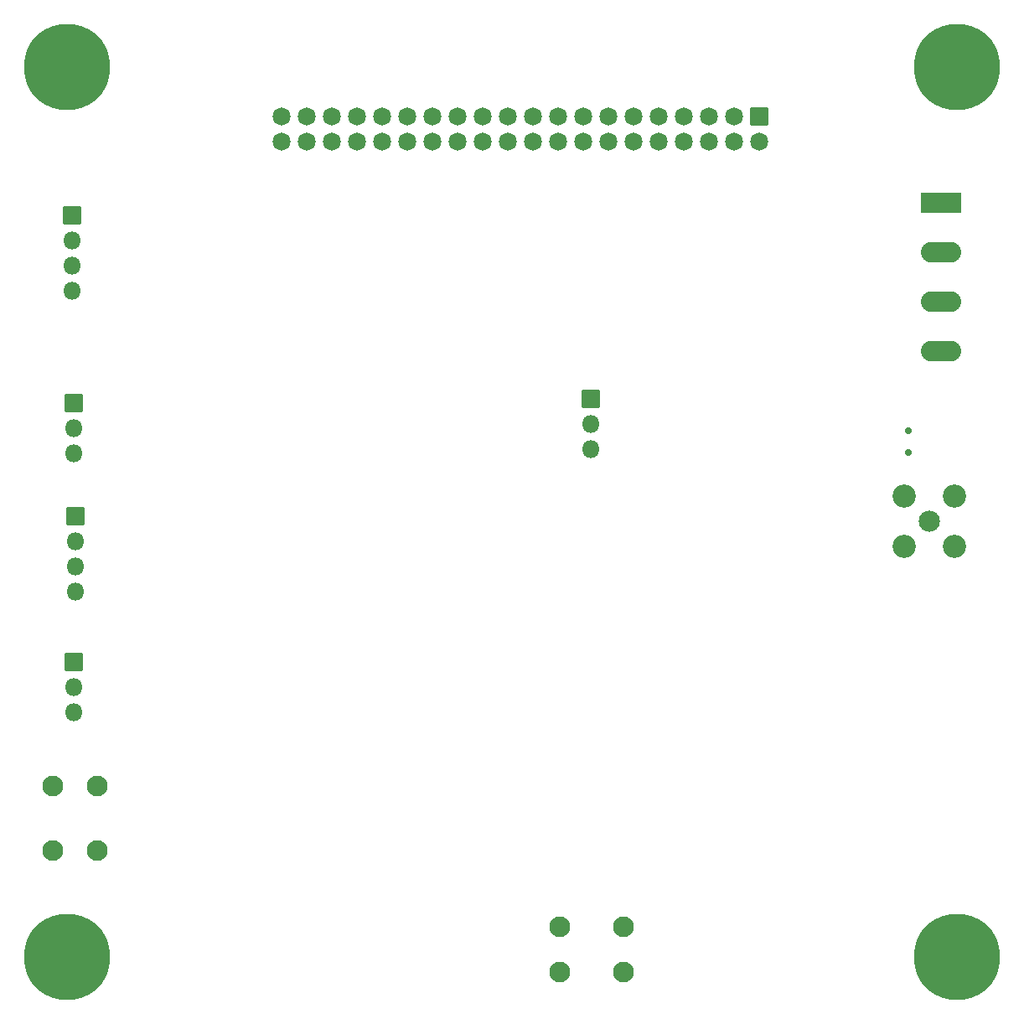
<source format=gbr>
%TF.GenerationSoftware,KiCad,Pcbnew,6.0.8-f2edbf62ab~116~ubuntu22.04.1*%
%TF.CreationDate,2022-10-21T16:06:30-07:00*%
%TF.ProjectId,aprs-esp32,61707273-2d65-4737-9033-322e6b696361,v1.0.0*%
%TF.SameCoordinates,Original*%
%TF.FileFunction,Soldermask,Bot*%
%TF.FilePolarity,Negative*%
%FSLAX46Y46*%
G04 Gerber Fmt 4.6, Leading zero omitted, Abs format (unit mm)*
G04 Created by KiCad (PCBNEW 6.0.8-f2edbf62ab~116~ubuntu22.04.1) date 2022-10-21 16:06:30*
%MOMM*%
%LPD*%
G01*
G04 APERTURE LIST*
G04 Aperture macros list*
%AMRoundRect*
0 Rectangle with rounded corners*
0 $1 Rounding radius*
0 $2 $3 $4 $5 $6 $7 $8 $9 X,Y pos of 4 corners*
0 Add a 4 corners polygon primitive as box body*
4,1,4,$2,$3,$4,$5,$6,$7,$8,$9,$2,$3,0*
0 Add four circle primitives for the rounded corners*
1,1,$1+$1,$2,$3*
1,1,$1+$1,$4,$5*
1,1,$1+$1,$6,$7*
1,1,$1+$1,$8,$9*
0 Add four rect primitives between the rounded corners*
20,1,$1+$1,$2,$3,$4,$5,0*
20,1,$1+$1,$4,$5,$6,$7,0*
20,1,$1+$1,$6,$7,$8,$9,0*
20,1,$1+$1,$8,$9,$2,$3,0*%
G04 Aperture macros list end*
%ADD10C,2.100000*%
%ADD11C,2.150000*%
%ADD12C,2.350000*%
%ADD13RoundRect,0.050000X-0.850000X-0.850000X0.850000X-0.850000X0.850000X0.850000X-0.850000X0.850000X0*%
%ADD14O,1.800000X1.800000*%
%ADD15RoundRect,0.050000X-1.980000X0.990000X-1.980000X-0.990000X1.980000X-0.990000X1.980000X0.990000X0*%
%ADD16O,4.060000X2.080000*%
%ADD17C,1.000000*%
%ADD18C,8.700000*%
%ADD19C,0.710000*%
%ADD20RoundRect,0.050000X0.862500X0.862500X-0.862500X0.862500X-0.862500X-0.862500X0.862500X-0.862500X0*%
%ADD21C,1.825000*%
G04 APERTURE END LIST*
D10*
%TO.C,SW2*%
X23565000Y-104215000D03*
X23565000Y-97715000D03*
X28065000Y-104215000D03*
X28065000Y-97715000D03*
%TD*%
D11*
%TO.C,J7*%
X112186370Y-70945645D03*
D12*
X114726370Y-73485645D03*
X109646370Y-73485645D03*
X114726370Y-68405645D03*
X109646370Y-68405645D03*
%TD*%
D13*
%TO.C,J1*%
X25885000Y-70455000D03*
D14*
X25885000Y-72995000D03*
X25885000Y-75535000D03*
X25885000Y-78075000D03*
%TD*%
D15*
%TO.C,J3*%
X113335000Y-38775000D03*
D16*
X113335000Y-43775000D03*
X113335000Y-48775000D03*
X113335000Y-53775000D03*
%TD*%
D13*
%TO.C,J8*%
X25695000Y-85140000D03*
D14*
X25695000Y-87680000D03*
X25695000Y-90220000D03*
%TD*%
D13*
%TO.C,J6*%
X77940218Y-58596018D03*
D14*
X77940218Y-61136018D03*
X77940218Y-63676018D03*
%TD*%
D13*
%TO.C,J4*%
X25555000Y-39995000D03*
D14*
X25555000Y-42535000D03*
X25555000Y-45075000D03*
X25555000Y-47615000D03*
%TD*%
D17*
%TO.C,H4*%
X112639581Y-112639581D03*
X114920000Y-118145000D03*
X117200419Y-112639581D03*
X114920000Y-111695000D03*
X117200419Y-117200419D03*
X111695000Y-114920000D03*
X112639581Y-117200419D03*
D18*
X114920000Y-114920000D03*
D17*
X118145000Y-114920000D03*
%TD*%
D19*
%TO.C,FL1*%
X110051659Y-63971266D03*
X110051659Y-61761266D03*
%TD*%
D13*
%TO.C,J2*%
X25725000Y-58970000D03*
D14*
X25725000Y-61510000D03*
X25725000Y-64050000D03*
%TD*%
D17*
%TO.C,H3*%
X25080000Y-111695000D03*
X28305000Y-114920000D03*
X22799581Y-112639581D03*
X22799581Y-117200419D03*
X27360419Y-117200419D03*
X27360419Y-112639581D03*
X25080000Y-118145000D03*
X21855000Y-114920000D03*
D18*
X25080000Y-114920000D03*
%TD*%
D17*
%TO.C,H2*%
X28305000Y-25080000D03*
X25080000Y-21855000D03*
X22799581Y-22799581D03*
X25080000Y-28305000D03*
X22799581Y-27360419D03*
X27360419Y-27360419D03*
X21855000Y-25080000D03*
D18*
X25080000Y-25080000D03*
D17*
X27360419Y-22799581D03*
%TD*%
%TO.C,H1*%
X112639581Y-22799581D03*
X112639581Y-27360419D03*
X114920000Y-21855000D03*
X117200419Y-22799581D03*
X114920000Y-28305000D03*
X117200419Y-27360419D03*
D18*
X114920000Y-25080000D03*
D17*
X111695000Y-25080000D03*
X118145000Y-25080000D03*
%TD*%
D20*
%TO.C,J5*%
X95000000Y-30000000D03*
D21*
X95000000Y-32540000D03*
X92460000Y-30000000D03*
X92460000Y-32540000D03*
X89920000Y-30000000D03*
X89920000Y-32540000D03*
X87380000Y-30000000D03*
X87380000Y-32540000D03*
X84840000Y-30000000D03*
X84840000Y-32540000D03*
X82300000Y-30000000D03*
X82300000Y-32540000D03*
X79760000Y-30000000D03*
X79760000Y-32540000D03*
X77220000Y-30000000D03*
X77220000Y-32540000D03*
X74680000Y-30000000D03*
X74680000Y-32540000D03*
X72140000Y-30000000D03*
X72140000Y-32540000D03*
X69600000Y-30000000D03*
X69600000Y-32540000D03*
X67060000Y-30000000D03*
X67060000Y-32540000D03*
X64520000Y-30000000D03*
X64520000Y-32540000D03*
X61980000Y-30000000D03*
X61980000Y-32540000D03*
X59440000Y-30000000D03*
X59440000Y-32540000D03*
X56900000Y-30000000D03*
X56900000Y-32540000D03*
X54360000Y-30000000D03*
X54360000Y-32540000D03*
X51820000Y-30000000D03*
X51820000Y-32540000D03*
X49280000Y-30000000D03*
X49280000Y-32540000D03*
X46740000Y-30000000D03*
X46740000Y-32540000D03*
%TD*%
D10*
%TO.C,SW1*%
X81299009Y-111952171D03*
X74799009Y-111952171D03*
X74799009Y-116452171D03*
X81299009Y-116452171D03*
%TD*%
M02*

</source>
